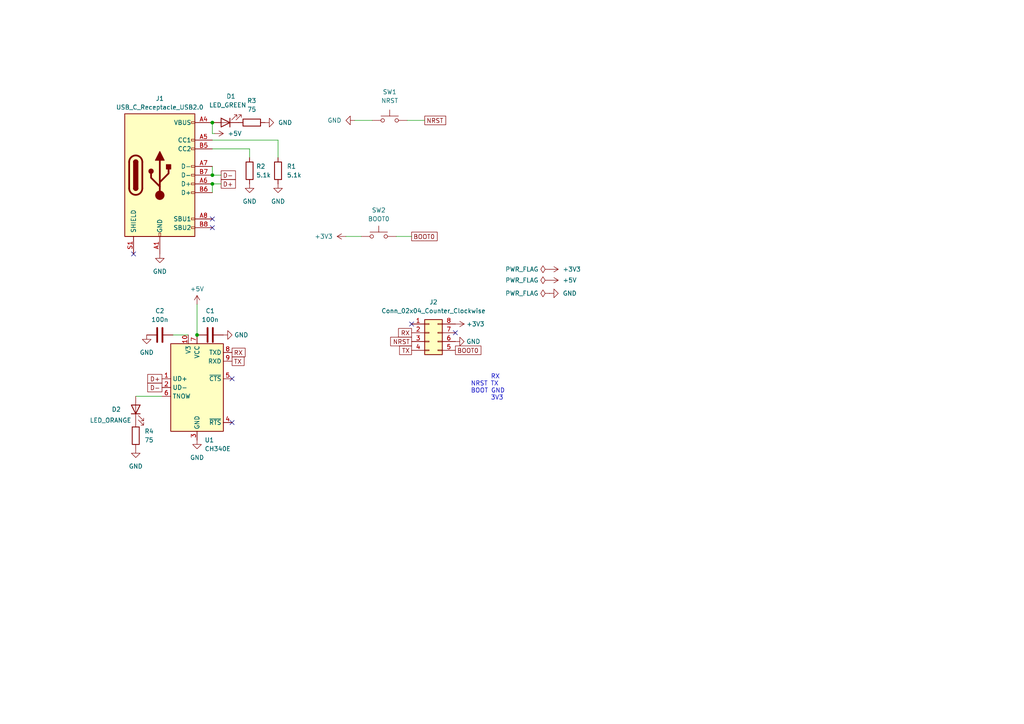
<source format=kicad_sch>
(kicad_sch (version 20230121) (generator eeschema)

  (uuid 816205b3-19fd-426f-b76d-aedd327993fe)

  (paper "A4")

  (lib_symbols
    (symbol "Connector:USB_C_Receptacle_USB2.0" (pin_names (offset 1.016)) (in_bom yes) (on_board yes)
      (property "Reference" "J" (at -10.16 19.05 0)
        (effects (font (size 1.27 1.27)) (justify left))
      )
      (property "Value" "USB_C_Receptacle_USB2.0" (at 19.05 19.05 0)
        (effects (font (size 1.27 1.27)) (justify right))
      )
      (property "Footprint" "" (at 3.81 0 0)
        (effects (font (size 1.27 1.27)) hide)
      )
      (property "Datasheet" "https://www.usb.org/sites/default/files/documents/usb_type-c.zip" (at 3.81 0 0)
        (effects (font (size 1.27 1.27)) hide)
      )
      (property "ki_keywords" "usb universal serial bus type-C USB2.0" (at 0 0 0)
        (effects (font (size 1.27 1.27)) hide)
      )
      (property "ki_description" "USB 2.0-only Type-C Receptacle connector" (at 0 0 0)
        (effects (font (size 1.27 1.27)) hide)
      )
      (property "ki_fp_filters" "USB*C*Receptacle*" (at 0 0 0)
        (effects (font (size 1.27 1.27)) hide)
      )
      (symbol "USB_C_Receptacle_USB2.0_0_0"
        (rectangle (start -0.254 -17.78) (end 0.254 -16.764)
          (stroke (width 0) (type default))
          (fill (type none))
        )
        (rectangle (start 10.16 -14.986) (end 9.144 -15.494)
          (stroke (width 0) (type default))
          (fill (type none))
        )
        (rectangle (start 10.16 -12.446) (end 9.144 -12.954)
          (stroke (width 0) (type default))
          (fill (type none))
        )
        (rectangle (start 10.16 -4.826) (end 9.144 -5.334)
          (stroke (width 0) (type default))
          (fill (type none))
        )
        (rectangle (start 10.16 -2.286) (end 9.144 -2.794)
          (stroke (width 0) (type default))
          (fill (type none))
        )
        (rectangle (start 10.16 0.254) (end 9.144 -0.254)
          (stroke (width 0) (type default))
          (fill (type none))
        )
        (rectangle (start 10.16 2.794) (end 9.144 2.286)
          (stroke (width 0) (type default))
          (fill (type none))
        )
        (rectangle (start 10.16 7.874) (end 9.144 7.366)
          (stroke (width 0) (type default))
          (fill (type none))
        )
        (rectangle (start 10.16 10.414) (end 9.144 9.906)
          (stroke (width 0) (type default))
          (fill (type none))
        )
        (rectangle (start 10.16 15.494) (end 9.144 14.986)
          (stroke (width 0) (type default))
          (fill (type none))
        )
      )
      (symbol "USB_C_Receptacle_USB2.0_0_1"
        (rectangle (start -10.16 17.78) (end 10.16 -17.78)
          (stroke (width 0.254) (type default))
          (fill (type background))
        )
        (arc (start -8.89 -3.81) (mid -6.985 -5.7067) (end -5.08 -3.81)
          (stroke (width 0.508) (type default))
          (fill (type none))
        )
        (arc (start -7.62 -3.81) (mid -6.985 -4.4423) (end -6.35 -3.81)
          (stroke (width 0.254) (type default))
          (fill (type none))
        )
        (arc (start -7.62 -3.81) (mid -6.985 -4.4423) (end -6.35 -3.81)
          (stroke (width 0.254) (type default))
          (fill (type outline))
        )
        (rectangle (start -7.62 -3.81) (end -6.35 3.81)
          (stroke (width 0.254) (type default))
          (fill (type outline))
        )
        (arc (start -6.35 3.81) (mid -6.985 4.4423) (end -7.62 3.81)
          (stroke (width 0.254) (type default))
          (fill (type none))
        )
        (arc (start -6.35 3.81) (mid -6.985 4.4423) (end -7.62 3.81)
          (stroke (width 0.254) (type default))
          (fill (type outline))
        )
        (arc (start -5.08 3.81) (mid -6.985 5.7067) (end -8.89 3.81)
          (stroke (width 0.508) (type default))
          (fill (type none))
        )
        (circle (center -2.54 1.143) (radius 0.635)
          (stroke (width 0.254) (type default))
          (fill (type outline))
        )
        (circle (center 0 -5.842) (radius 1.27)
          (stroke (width 0) (type default))
          (fill (type outline))
        )
        (polyline
          (pts
            (xy -8.89 -3.81)
            (xy -8.89 3.81)
          )
          (stroke (width 0.508) (type default))
          (fill (type none))
        )
        (polyline
          (pts
            (xy -5.08 3.81)
            (xy -5.08 -3.81)
          )
          (stroke (width 0.508) (type default))
          (fill (type none))
        )
        (polyline
          (pts
            (xy 0 -5.842)
            (xy 0 4.318)
          )
          (stroke (width 0.508) (type default))
          (fill (type none))
        )
        (polyline
          (pts
            (xy 0 -3.302)
            (xy -2.54 -0.762)
            (xy -2.54 0.508)
          )
          (stroke (width 0.508) (type default))
          (fill (type none))
        )
        (polyline
          (pts
            (xy 0 -2.032)
            (xy 2.54 0.508)
            (xy 2.54 1.778)
          )
          (stroke (width 0.508) (type default))
          (fill (type none))
        )
        (polyline
          (pts
            (xy -1.27 4.318)
            (xy 0 6.858)
            (xy 1.27 4.318)
            (xy -1.27 4.318)
          )
          (stroke (width 0.254) (type default))
          (fill (type outline))
        )
        (rectangle (start 1.905 1.778) (end 3.175 3.048)
          (stroke (width 0.254) (type default))
          (fill (type outline))
        )
      )
      (symbol "USB_C_Receptacle_USB2.0_1_1"
        (pin passive line (at 0 -22.86 90) (length 5.08)
          (name "GND" (effects (font (size 1.27 1.27))))
          (number "A1" (effects (font (size 1.27 1.27))))
        )
        (pin passive line (at 0 -22.86 90) (length 5.08) hide
          (name "GND" (effects (font (size 1.27 1.27))))
          (number "A12" (effects (font (size 1.27 1.27))))
        )
        (pin passive line (at 15.24 15.24 180) (length 5.08)
          (name "VBUS" (effects (font (size 1.27 1.27))))
          (number "A4" (effects (font (size 1.27 1.27))))
        )
        (pin bidirectional line (at 15.24 10.16 180) (length 5.08)
          (name "CC1" (effects (font (size 1.27 1.27))))
          (number "A5" (effects (font (size 1.27 1.27))))
        )
        (pin bidirectional line (at 15.24 -2.54 180) (length 5.08)
          (name "D+" (effects (font (size 1.27 1.27))))
          (number "A6" (effects (font (size 1.27 1.27))))
        )
        (pin bidirectional line (at 15.24 2.54 180) (length 5.08)
          (name "D-" (effects (font (size 1.27 1.27))))
          (number "A7" (effects (font (size 1.27 1.27))))
        )
        (pin bidirectional line (at 15.24 -12.7 180) (length 5.08)
          (name "SBU1" (effects (font (size 1.27 1.27))))
          (number "A8" (effects (font (size 1.27 1.27))))
        )
        (pin passive line (at 15.24 15.24 180) (length 5.08) hide
          (name "VBUS" (effects (font (size 1.27 1.27))))
          (number "A9" (effects (font (size 1.27 1.27))))
        )
        (pin passive line (at 0 -22.86 90) (length 5.08) hide
          (name "GND" (effects (font (size 1.27 1.27))))
          (number "B1" (effects (font (size 1.27 1.27))))
        )
        (pin passive line (at 0 -22.86 90) (length 5.08) hide
          (name "GND" (effects (font (size 1.27 1.27))))
          (number "B12" (effects (font (size 1.27 1.27))))
        )
        (pin passive line (at 15.24 15.24 180) (length 5.08) hide
          (name "VBUS" (effects (font (size 1.27 1.27))))
          (number "B4" (effects (font (size 1.27 1.27))))
        )
        (pin bidirectional line (at 15.24 7.62 180) (length 5.08)
          (name "CC2" (effects (font (size 1.27 1.27))))
          (number "B5" (effects (font (size 1.27 1.27))))
        )
        (pin bidirectional line (at 15.24 -5.08 180) (length 5.08)
          (name "D+" (effects (font (size 1.27 1.27))))
          (number "B6" (effects (font (size 1.27 1.27))))
        )
        (pin bidirectional line (at 15.24 0 180) (length 5.08)
          (name "D-" (effects (font (size 1.27 1.27))))
          (number "B7" (effects (font (size 1.27 1.27))))
        )
        (pin bidirectional line (at 15.24 -15.24 180) (length 5.08)
          (name "SBU2" (effects (font (size 1.27 1.27))))
          (number "B8" (effects (font (size 1.27 1.27))))
        )
        (pin passive line (at 15.24 15.24 180) (length 5.08) hide
          (name "VBUS" (effects (font (size 1.27 1.27))))
          (number "B9" (effects (font (size 1.27 1.27))))
        )
        (pin passive line (at -7.62 -22.86 90) (length 5.08)
          (name "SHIELD" (effects (font (size 1.27 1.27))))
          (number "S1" (effects (font (size 1.27 1.27))))
        )
      )
    )
    (symbol "Connector_Generic:Conn_02x04_Counter_Clockwise" (pin_names (offset 1.016) hide) (in_bom yes) (on_board yes)
      (property "Reference" "J" (at 1.27 5.08 0)
        (effects (font (size 1.27 1.27)))
      )
      (property "Value" "Conn_02x04_Counter_Clockwise" (at 1.27 -7.62 0)
        (effects (font (size 1.27 1.27)))
      )
      (property "Footprint" "" (at 0 0 0)
        (effects (font (size 1.27 1.27)) hide)
      )
      (property "Datasheet" "~" (at 0 0 0)
        (effects (font (size 1.27 1.27)) hide)
      )
      (property "ki_keywords" "connector" (at 0 0 0)
        (effects (font (size 1.27 1.27)) hide)
      )
      (property "ki_description" "Generic connector, double row, 02x04, counter clockwise pin numbering scheme (similar to DIP package numbering), script generated (kicad-library-utils/schlib/autogen/connector/)" (at 0 0 0)
        (effects (font (size 1.27 1.27)) hide)
      )
      (property "ki_fp_filters" "Connector*:*_2x??_*" (at 0 0 0)
        (effects (font (size 1.27 1.27)) hide)
      )
      (symbol "Conn_02x04_Counter_Clockwise_1_1"
        (rectangle (start -1.27 -4.953) (end 0 -5.207)
          (stroke (width 0.1524) (type default))
          (fill (type none))
        )
        (rectangle (start -1.27 -2.413) (end 0 -2.667)
          (stroke (width 0.1524) (type default))
          (fill (type none))
        )
        (rectangle (start -1.27 0.127) (end 0 -0.127)
          (stroke (width 0.1524) (type default))
          (fill (type none))
        )
        (rectangle (start -1.27 2.667) (end 0 2.413)
          (stroke (width 0.1524) (type default))
          (fill (type none))
        )
        (rectangle (start -1.27 3.81) (end 3.81 -6.35)
          (stroke (width 0.254) (type default))
          (fill (type background))
        )
        (rectangle (start 3.81 -4.953) (end 2.54 -5.207)
          (stroke (width 0.1524) (type default))
          (fill (type none))
        )
        (rectangle (start 3.81 -2.413) (end 2.54 -2.667)
          (stroke (width 0.1524) (type default))
          (fill (type none))
        )
        (rectangle (start 3.81 0.127) (end 2.54 -0.127)
          (stroke (width 0.1524) (type default))
          (fill (type none))
        )
        (rectangle (start 3.81 2.667) (end 2.54 2.413)
          (stroke (width 0.1524) (type default))
          (fill (type none))
        )
        (pin passive line (at -5.08 2.54 0) (length 3.81)
          (name "Pin_1" (effects (font (size 1.27 1.27))))
          (number "1" (effects (font (size 1.27 1.27))))
        )
        (pin passive line (at -5.08 0 0) (length 3.81)
          (name "Pin_2" (effects (font (size 1.27 1.27))))
          (number "2" (effects (font (size 1.27 1.27))))
        )
        (pin passive line (at -5.08 -2.54 0) (length 3.81)
          (name "Pin_3" (effects (font (size 1.27 1.27))))
          (number "3" (effects (font (size 1.27 1.27))))
        )
        (pin passive line (at -5.08 -5.08 0) (length 3.81)
          (name "Pin_4" (effects (font (size 1.27 1.27))))
          (number "4" (effects (font (size 1.27 1.27))))
        )
        (pin passive line (at 7.62 -5.08 180) (length 3.81)
          (name "Pin_5" (effects (font (size 1.27 1.27))))
          (number "5" (effects (font (size 1.27 1.27))))
        )
        (pin passive line (at 7.62 -2.54 180) (length 3.81)
          (name "Pin_6" (effects (font (size 1.27 1.27))))
          (number "6" (effects (font (size 1.27 1.27))))
        )
        (pin passive line (at 7.62 0 180) (length 3.81)
          (name "Pin_7" (effects (font (size 1.27 1.27))))
          (number "7" (effects (font (size 1.27 1.27))))
        )
        (pin passive line (at 7.62 2.54 180) (length 3.81)
          (name "Pin_8" (effects (font (size 1.27 1.27))))
          (number "8" (effects (font (size 1.27 1.27))))
        )
      )
    )
    (symbol "Device:C" (pin_numbers hide) (pin_names (offset 0.254)) (in_bom yes) (on_board yes)
      (property "Reference" "C" (at 0.635 2.54 0)
        (effects (font (size 1.27 1.27)) (justify left))
      )
      (property "Value" "C" (at 0.635 -2.54 0)
        (effects (font (size 1.27 1.27)) (justify left))
      )
      (property "Footprint" "" (at 0.9652 -3.81 0)
        (effects (font (size 1.27 1.27)) hide)
      )
      (property "Datasheet" "~" (at 0 0 0)
        (effects (font (size 1.27 1.27)) hide)
      )
      (property "ki_keywords" "cap capacitor" (at 0 0 0)
        (effects (font (size 1.27 1.27)) hide)
      )
      (property "ki_description" "Unpolarized capacitor" (at 0 0 0)
        (effects (font (size 1.27 1.27)) hide)
      )
      (property "ki_fp_filters" "C_*" (at 0 0 0)
        (effects (font (size 1.27 1.27)) hide)
      )
      (symbol "C_0_1"
        (polyline
          (pts
            (xy -2.032 -0.762)
            (xy 2.032 -0.762)
          )
          (stroke (width 0.508) (type default))
          (fill (type none))
        )
        (polyline
          (pts
            (xy -2.032 0.762)
            (xy 2.032 0.762)
          )
          (stroke (width 0.508) (type default))
          (fill (type none))
        )
      )
      (symbol "C_1_1"
        (pin passive line (at 0 3.81 270) (length 2.794)
          (name "~" (effects (font (size 1.27 1.27))))
          (number "1" (effects (font (size 1.27 1.27))))
        )
        (pin passive line (at 0 -3.81 90) (length 2.794)
          (name "~" (effects (font (size 1.27 1.27))))
          (number "2" (effects (font (size 1.27 1.27))))
        )
      )
    )
    (symbol "Device:LED" (pin_numbers hide) (pin_names (offset 1.016) hide) (in_bom yes) (on_board yes)
      (property "Reference" "D" (at 0 2.54 0)
        (effects (font (size 1.27 1.27)))
      )
      (property "Value" "LED" (at 0 -2.54 0)
        (effects (font (size 1.27 1.27)))
      )
      (property "Footprint" "" (at 0 0 0)
        (effects (font (size 1.27 1.27)) hide)
      )
      (property "Datasheet" "~" (at 0 0 0)
        (effects (font (size 1.27 1.27)) hide)
      )
      (property "ki_keywords" "LED diode" (at 0 0 0)
        (effects (font (size 1.27 1.27)) hide)
      )
      (property "ki_description" "Light emitting diode" (at 0 0 0)
        (effects (font (size 1.27 1.27)) hide)
      )
      (property "ki_fp_filters" "LED* LED_SMD:* LED_THT:*" (at 0 0 0)
        (effects (font (size 1.27 1.27)) hide)
      )
      (symbol "LED_0_1"
        (polyline
          (pts
            (xy -1.27 -1.27)
            (xy -1.27 1.27)
          )
          (stroke (width 0.254) (type default))
          (fill (type none))
        )
        (polyline
          (pts
            (xy -1.27 0)
            (xy 1.27 0)
          )
          (stroke (width 0) (type default))
          (fill (type none))
        )
        (polyline
          (pts
            (xy 1.27 -1.27)
            (xy 1.27 1.27)
            (xy -1.27 0)
            (xy 1.27 -1.27)
          )
          (stroke (width 0.254) (type default))
          (fill (type none))
        )
        (polyline
          (pts
            (xy -3.048 -0.762)
            (xy -4.572 -2.286)
            (xy -3.81 -2.286)
            (xy -4.572 -2.286)
            (xy -4.572 -1.524)
          )
          (stroke (width 0) (type default))
          (fill (type none))
        )
        (polyline
          (pts
            (xy -1.778 -0.762)
            (xy -3.302 -2.286)
            (xy -2.54 -2.286)
            (xy -3.302 -2.286)
            (xy -3.302 -1.524)
          )
          (stroke (width 0) (type default))
          (fill (type none))
        )
      )
      (symbol "LED_1_1"
        (pin passive line (at -3.81 0 0) (length 2.54)
          (name "K" (effects (font (size 1.27 1.27))))
          (number "1" (effects (font (size 1.27 1.27))))
        )
        (pin passive line (at 3.81 0 180) (length 2.54)
          (name "A" (effects (font (size 1.27 1.27))))
          (number "2" (effects (font (size 1.27 1.27))))
        )
      )
    )
    (symbol "Device:R" (pin_numbers hide) (pin_names (offset 0)) (in_bom yes) (on_board yes)
      (property "Reference" "R" (at 2.032 0 90)
        (effects (font (size 1.27 1.27)))
      )
      (property "Value" "R" (at 0 0 90)
        (effects (font (size 1.27 1.27)))
      )
      (property "Footprint" "" (at -1.778 0 90)
        (effects (font (size 1.27 1.27)) hide)
      )
      (property "Datasheet" "~" (at 0 0 0)
        (effects (font (size 1.27 1.27)) hide)
      )
      (property "ki_keywords" "R res resistor" (at 0 0 0)
        (effects (font (size 1.27 1.27)) hide)
      )
      (property "ki_description" "Resistor" (at 0 0 0)
        (effects (font (size 1.27 1.27)) hide)
      )
      (property "ki_fp_filters" "R_*" (at 0 0 0)
        (effects (font (size 1.27 1.27)) hide)
      )
      (symbol "R_0_1"
        (rectangle (start -1.016 -2.54) (end 1.016 2.54)
          (stroke (width 0.254) (type default))
          (fill (type none))
        )
      )
      (symbol "R_1_1"
        (pin passive line (at 0 3.81 270) (length 1.27)
          (name "~" (effects (font (size 1.27 1.27))))
          (number "1" (effects (font (size 1.27 1.27))))
        )
        (pin passive line (at 0 -3.81 90) (length 1.27)
          (name "~" (effects (font (size 1.27 1.27))))
          (number "2" (effects (font (size 1.27 1.27))))
        )
      )
    )
    (symbol "Interface_USB:CH340E" (in_bom yes) (on_board yes)
      (property "Reference" "U" (at -5.08 13.97 0)
        (effects (font (size 1.27 1.27)) (justify right))
      )
      (property "Value" "CH340E" (at 1.27 13.97 0)
        (effects (font (size 1.27 1.27)) (justify left))
      )
      (property "Footprint" "Package_SO:MSOP-10_3x3mm_P0.5mm" (at 1.27 -13.97 0)
        (effects (font (size 1.27 1.27)) (justify left) hide)
      )
      (property "Datasheet" "https://www.mpja.com/download/35227cpdata.pdf" (at -8.89 20.32 0)
        (effects (font (size 1.27 1.27)) hide)
      )
      (property "ki_keywords" "USB UART Serial Converter Interface" (at 0 0 0)
        (effects (font (size 1.27 1.27)) hide)
      )
      (property "ki_description" "USB serial converter, UART, MSOP-10" (at 0 0 0)
        (effects (font (size 1.27 1.27)) hide)
      )
      (property "ki_fp_filters" "MSOP*3x3mm*P0.5mm*" (at 0 0 0)
        (effects (font (size 1.27 1.27)) hide)
      )
      (symbol "CH340E_0_1"
        (rectangle (start -7.62 12.7) (end 7.62 -12.7)
          (stroke (width 0.254) (type default))
          (fill (type background))
        )
      )
      (symbol "CH340E_1_1"
        (pin bidirectional line (at -10.16 2.54 0) (length 2.54)
          (name "UD+" (effects (font (size 1.27 1.27))))
          (number "1" (effects (font (size 1.27 1.27))))
        )
        (pin passive line (at -2.54 15.24 270) (length 2.54)
          (name "V3" (effects (font (size 1.27 1.27))))
          (number "10" (effects (font (size 1.27 1.27))))
        )
        (pin bidirectional line (at -10.16 0 0) (length 2.54)
          (name "UD-" (effects (font (size 1.27 1.27))))
          (number "2" (effects (font (size 1.27 1.27))))
        )
        (pin power_in line (at 0 -15.24 90) (length 2.54)
          (name "GND" (effects (font (size 1.27 1.27))))
          (number "3" (effects (font (size 1.27 1.27))))
        )
        (pin output line (at 10.16 -10.16 180) (length 2.54)
          (name "~{RTS}" (effects (font (size 1.27 1.27))))
          (number "4" (effects (font (size 1.27 1.27))))
        )
        (pin input line (at 10.16 2.54 180) (length 2.54)
          (name "~{CTS}" (effects (font (size 1.27 1.27))))
          (number "5" (effects (font (size 1.27 1.27))))
        )
        (pin output line (at -10.16 -2.54 0) (length 2.54)
          (name "TNOW" (effects (font (size 1.27 1.27))))
          (number "6" (effects (font (size 1.27 1.27))))
        )
        (pin power_in line (at 0 15.24 270) (length 2.54)
          (name "VCC" (effects (font (size 1.27 1.27))))
          (number "7" (effects (font (size 1.27 1.27))))
        )
        (pin output line (at 10.16 10.16 180) (length 2.54)
          (name "TXD" (effects (font (size 1.27 1.27))))
          (number "8" (effects (font (size 1.27 1.27))))
        )
        (pin input line (at 10.16 7.62 180) (length 2.54)
          (name "RXD" (effects (font (size 1.27 1.27))))
          (number "9" (effects (font (size 1.27 1.27))))
        )
      )
    )
    (symbol "Switch:SW_Push" (pin_numbers hide) (pin_names (offset 1.016) hide) (in_bom yes) (on_board yes)
      (property "Reference" "SW" (at 1.27 2.54 0)
        (effects (font (size 1.27 1.27)) (justify left))
      )
      (property "Value" "SW_Push" (at 0 -1.524 0)
        (effects (font (size 1.27 1.27)))
      )
      (property "Footprint" "" (at 0 5.08 0)
        (effects (font (size 1.27 1.27)) hide)
      )
      (property "Datasheet" "~" (at 0 5.08 0)
        (effects (font (size 1.27 1.27)) hide)
      )
      (property "ki_keywords" "switch normally-open pushbutton push-button" (at 0 0 0)
        (effects (font (size 1.27 1.27)) hide)
      )
      (property "ki_description" "Push button switch, generic, two pins" (at 0 0 0)
        (effects (font (size 1.27 1.27)) hide)
      )
      (symbol "SW_Push_0_1"
        (circle (center -2.032 0) (radius 0.508)
          (stroke (width 0) (type default))
          (fill (type none))
        )
        (polyline
          (pts
            (xy 0 1.27)
            (xy 0 3.048)
          )
          (stroke (width 0) (type default))
          (fill (type none))
        )
        (polyline
          (pts
            (xy 2.54 1.27)
            (xy -2.54 1.27)
          )
          (stroke (width 0) (type default))
          (fill (type none))
        )
        (circle (center 2.032 0) (radius 0.508)
          (stroke (width 0) (type default))
          (fill (type none))
        )
        (pin passive line (at -5.08 0 0) (length 2.54)
          (name "1" (effects (font (size 1.27 1.27))))
          (number "1" (effects (font (size 1.27 1.27))))
        )
        (pin passive line (at 5.08 0 180) (length 2.54)
          (name "2" (effects (font (size 1.27 1.27))))
          (number "2" (effects (font (size 1.27 1.27))))
        )
      )
    )
    (symbol "power:+3V3" (power) (pin_names (offset 0)) (in_bom yes) (on_board yes)
      (property "Reference" "#PWR" (at 0 -3.81 0)
        (effects (font (size 1.27 1.27)) hide)
      )
      (property "Value" "+3V3" (at 0 3.556 0)
        (effects (font (size 1.27 1.27)))
      )
      (property "Footprint" "" (at 0 0 0)
        (effects (font (size 1.27 1.27)) hide)
      )
      (property "Datasheet" "" (at 0 0 0)
        (effects (font (size 1.27 1.27)) hide)
      )
      (property "ki_keywords" "global power" (at 0 0 0)
        (effects (font (size 1.27 1.27)) hide)
      )
      (property "ki_description" "Power symbol creates a global label with name \"+3V3\"" (at 0 0 0)
        (effects (font (size 1.27 1.27)) hide)
      )
      (symbol "+3V3_0_1"
        (polyline
          (pts
            (xy -0.762 1.27)
            (xy 0 2.54)
          )
          (stroke (width 0) (type default))
          (fill (type none))
        )
        (polyline
          (pts
            (xy 0 0)
            (xy 0 2.54)
          )
          (stroke (width 0) (type default))
          (fill (type none))
        )
        (polyline
          (pts
            (xy 0 2.54)
            (xy 0.762 1.27)
          )
          (stroke (width 0) (type default))
          (fill (type none))
        )
      )
      (symbol "+3V3_1_1"
        (pin power_in line (at 0 0 90) (length 0) hide
          (name "+3V3" (effects (font (size 1.27 1.27))))
          (number "1" (effects (font (size 1.27 1.27))))
        )
      )
    )
    (symbol "power:+5V" (power) (pin_names (offset 0)) (in_bom yes) (on_board yes)
      (property "Reference" "#PWR" (at 0 -3.81 0)
        (effects (font (size 1.27 1.27)) hide)
      )
      (property "Value" "+5V" (at 0 3.556 0)
        (effects (font (size 1.27 1.27)))
      )
      (property "Footprint" "" (at 0 0 0)
        (effects (font (size 1.27 1.27)) hide)
      )
      (property "Datasheet" "" (at 0 0 0)
        (effects (font (size 1.27 1.27)) hide)
      )
      (property "ki_keywords" "global power" (at 0 0 0)
        (effects (font (size 1.27 1.27)) hide)
      )
      (property "ki_description" "Power symbol creates a global label with name \"+5V\"" (at 0 0 0)
        (effects (font (size 1.27 1.27)) hide)
      )
      (symbol "+5V_0_1"
        (polyline
          (pts
            (xy -0.762 1.27)
            (xy 0 2.54)
          )
          (stroke (width 0) (type default))
          (fill (type none))
        )
        (polyline
          (pts
            (xy 0 0)
            (xy 0 2.54)
          )
          (stroke (width 0) (type default))
          (fill (type none))
        )
        (polyline
          (pts
            (xy 0 2.54)
            (xy 0.762 1.27)
          )
          (stroke (width 0) (type default))
          (fill (type none))
        )
      )
      (symbol "+5V_1_1"
        (pin power_in line (at 0 0 90) (length 0) hide
          (name "+5V" (effects (font (size 1.27 1.27))))
          (number "1" (effects (font (size 1.27 1.27))))
        )
      )
    )
    (symbol "power:GND" (power) (pin_names (offset 0)) (in_bom yes) (on_board yes)
      (property "Reference" "#PWR" (at 0 -6.35 0)
        (effects (font (size 1.27 1.27)) hide)
      )
      (property "Value" "GND" (at 0 -3.81 0)
        (effects (font (size 1.27 1.27)))
      )
      (property "Footprint" "" (at 0 0 0)
        (effects (font (size 1.27 1.27)) hide)
      )
      (property "Datasheet" "" (at 0 0 0)
        (effects (font (size 1.27 1.27)) hide)
      )
      (property "ki_keywords" "global power" (at 0 0 0)
        (effects (font (size 1.27 1.27)) hide)
      )
      (property "ki_description" "Power symbol creates a global label with name \"GND\" , ground" (at 0 0 0)
        (effects (font (size 1.27 1.27)) hide)
      )
      (symbol "GND_0_1"
        (polyline
          (pts
            (xy 0 0)
            (xy 0 -1.27)
            (xy 1.27 -1.27)
            (xy 0 -2.54)
            (xy -1.27 -1.27)
            (xy 0 -1.27)
          )
          (stroke (width 0) (type default))
          (fill (type none))
        )
      )
      (symbol "GND_1_1"
        (pin power_in line (at 0 0 270) (length 0) hide
          (name "GND" (effects (font (size 1.27 1.27))))
          (number "1" (effects (font (size 1.27 1.27))))
        )
      )
    )
    (symbol "power:PWR_FLAG" (power) (pin_numbers hide) (pin_names (offset 0) hide) (in_bom yes) (on_board yes)
      (property "Reference" "#FLG" (at 0 1.905 0)
        (effects (font (size 1.27 1.27)) hide)
      )
      (property "Value" "PWR_FLAG" (at 0 3.81 0)
        (effects (font (size 1.27 1.27)))
      )
      (property "Footprint" "" (at 0 0 0)
        (effects (font (size 1.27 1.27)) hide)
      )
      (property "Datasheet" "~" (at 0 0 0)
        (effects (font (size 1.27 1.27)) hide)
      )
      (property "ki_keywords" "flag power" (at 0 0 0)
        (effects (font (size 1.27 1.27)) hide)
      )
      (property "ki_description" "Special symbol for telling ERC where power comes from" (at 0 0 0)
        (effects (font (size 1.27 1.27)) hide)
      )
      (symbol "PWR_FLAG_0_0"
        (pin power_out line (at 0 0 90) (length 0)
          (name "pwr" (effects (font (size 1.27 1.27))))
          (number "1" (effects (font (size 1.27 1.27))))
        )
      )
      (symbol "PWR_FLAG_0_1"
        (polyline
          (pts
            (xy 0 0)
            (xy 0 1.27)
            (xy -1.016 1.905)
            (xy 0 2.54)
            (xy 1.016 1.905)
            (xy 0 1.27)
          )
          (stroke (width 0) (type default))
          (fill (type none))
        )
      )
    )
  )

  (junction (at 61.595 50.8) (diameter 0) (color 0 0 0 0)
    (uuid 23cd5276-4884-4241-9749-f8e3d95b3925)
  )
  (junction (at 61.595 35.56) (diameter 0) (color 0 0 0 0)
    (uuid ae46fd80-7bec-4bfb-8e6d-2a02370cb9a0)
  )
  (junction (at 61.595 53.34) (diameter 0) (color 0 0 0 0)
    (uuid c0c8b6d6-26fa-442c-a6b7-92ca7bae3414)
  )
  (junction (at 57.15 97.155) (diameter 0) (color 0 0 0 0)
    (uuid c245a307-b750-4141-8561-6e98e410bef3)
  )

  (no_connect (at 61.595 66.04) (uuid 0509948e-932f-4362-9fb3-72a2f1beb86a))
  (no_connect (at 119.38 93.98) (uuid 27f96817-ffff-4a89-a7ff-c95421f2aab2))
  (no_connect (at 132.08 96.52) (uuid 6c0029a7-feae-42d3-87a4-9349e816cfe1))
  (no_connect (at 67.31 109.855) (uuid 7cdf30d5-cf5e-44b7-b301-8e4a5286fd2f))
  (no_connect (at 67.31 122.555) (uuid 9e0ee0b7-8276-426a-9940-f06fecfc366c))
  (no_connect (at 38.735 73.66) (uuid a4a1d75d-61f3-4e69-8eb4-21bce3d7814b))
  (no_connect (at 61.595 63.5) (uuid c7c9bf78-0ad8-4294-bd25-920ad3f68b61))

  (wire (pts (xy 61.595 43.18) (xy 72.39 43.18))
    (stroke (width 0) (type default))
    (uuid 074d5886-0665-45aa-a0f6-3f2bb432aa9e)
  )
  (wire (pts (xy 61.595 50.8) (xy 64.135 50.8))
    (stroke (width 0) (type default))
    (uuid 0e542934-6ade-48ae-a94a-421f6e13b933)
  )
  (wire (pts (xy 100.33 68.58) (xy 104.775 68.58))
    (stroke (width 0) (type default))
    (uuid 1954184c-411f-4ee4-a92f-da94d6a76f0b)
  )
  (wire (pts (xy 62.23 38.735) (xy 61.595 38.735))
    (stroke (width 0) (type default))
    (uuid 1a0a4be4-f6e7-496d-bbe6-cd43eeec87b1)
  )
  (wire (pts (xy 61.595 38.735) (xy 61.595 35.56))
    (stroke (width 0) (type default))
    (uuid 228ebc22-c533-4522-bcb3-800324aeaa15)
  )
  (wire (pts (xy 39.37 114.935) (xy 46.99 114.935))
    (stroke (width 0) (type default))
    (uuid 241a8a6a-6363-4ad0-a910-0dd0324abf2b)
  )
  (wire (pts (xy 102.87 34.925) (xy 107.95 34.925))
    (stroke (width 0) (type default))
    (uuid 4a67c73a-3ea0-46dd-91d2-71d49913b070)
  )
  (wire (pts (xy 61.595 53.34) (xy 61.595 55.88))
    (stroke (width 0) (type default))
    (uuid 5038052d-e68d-4b21-a1ca-0bcb7e9d114d)
  )
  (wire (pts (xy 57.15 88.265) (xy 57.15 97.155))
    (stroke (width 0) (type default))
    (uuid 54a7daf1-6ab2-456d-80ce-0481f629cece)
  )
  (wire (pts (xy 61.595 48.26) (xy 61.595 50.8))
    (stroke (width 0) (type default))
    (uuid 5ca83db9-0ac9-4e92-a441-2711d1ba7b8b)
  )
  (wire (pts (xy 118.11 34.925) (xy 123.19 34.925))
    (stroke (width 0) (type default))
    (uuid 649ee11c-20d1-4e81-a82d-4557002fa5f4)
  )
  (wire (pts (xy 80.645 40.64) (xy 61.595 40.64))
    (stroke (width 0) (type default))
    (uuid 6b159901-f5f2-4fea-b1ad-e3b0634d3b3a)
  )
  (wire (pts (xy 80.645 45.72) (xy 80.645 40.64))
    (stroke (width 0) (type default))
    (uuid 8d8798f6-47b3-4059-9d96-26fc3a6f5ee6)
  )
  (wire (pts (xy 114.935 68.58) (xy 119.38 68.58))
    (stroke (width 0) (type default))
    (uuid 9b067a88-0e98-4f96-a78d-de131f0011c4)
  )
  (wire (pts (xy 72.39 43.18) (xy 72.39 45.72))
    (stroke (width 0) (type default))
    (uuid a5624fdb-841e-4d1e-9e1c-170a297631d4)
  )
  (wire (pts (xy 50.165 97.155) (xy 54.61 97.155))
    (stroke (width 0) (type default))
    (uuid b428d2d4-18dc-4c28-85e5-b559e6bb7dd2)
  )
  (wire (pts (xy 61.595 53.34) (xy 64.135 53.34))
    (stroke (width 0) (type default))
    (uuid c37d29bc-75b9-490b-a048-49266cab05fa)
  )

  (text "      RX\nNRST TX\nBOOT GND\n      3V3" (at 136.525 116.205 0)
    (effects (font (size 1.27 1.27)) (justify left bottom))
    (uuid d493ec6c-4f18-488f-a3fa-afa98c2c1128)
  )

  (global_label "NRST" (shape passive) (at 119.38 99.06 180) (fields_autoplaced)
    (effects (font (size 1.27 1.27)) (justify right))
    (uuid 0436a877-8acf-4ebf-9afe-855083f2a616)
    (property "Intersheetrefs" "${INTERSHEET_REFS}" (at 112.7285 99.06 0)
      (effects (font (size 1.27 1.27)) (justify right) hide)
    )
  )
  (global_label "RX" (shape passive) (at 67.31 102.235 0) (fields_autoplaced)
    (effects (font (size 1.27 1.27)) (justify left))
    (uuid 2262bb95-1ec7-4abe-b94c-436944691dc3)
    (property "Intersheetrefs" "${INTERSHEET_REFS}" (at 71.6634 102.235 0)
      (effects (font (size 1.27 1.27)) (justify left) hide)
    )
  )
  (global_label "BOOT0" (shape passive) (at 132.08 101.6 0) (fields_autoplaced)
    (effects (font (size 1.27 1.27)) (justify left))
    (uuid 274d9be6-59bf-4c0d-be68-c5a5f3676732)
    (property "Intersheetrefs" "${INTERSHEET_REFS}" (at 140.062 101.6 0)
      (effects (font (size 1.27 1.27)) (justify left) hide)
    )
  )
  (global_label "TX" (shape passive) (at 119.38 101.6 180) (fields_autoplaced)
    (effects (font (size 1.27 1.27)) (justify right))
    (uuid 2f942026-e5f6-4074-8de0-26d202eb48d3)
    (property "Intersheetrefs" "${INTERSHEET_REFS}" (at 115.329 101.6 0)
      (effects (font (size 1.27 1.27)) (justify right) hide)
    )
  )
  (global_label "D+" (shape passive) (at 64.135 53.34 0) (fields_autoplaced)
    (effects (font (size 1.27 1.27)) (justify left))
    (uuid 625326f8-e408-4bb6-9734-a4c858161d83)
    (property "Intersheetrefs" "${INTERSHEET_REFS}" (at 68.8513 53.34 0)
      (effects (font (size 1.27 1.27)) (justify left) hide)
    )
  )
  (global_label "D-" (shape passive) (at 46.99 112.395 180) (fields_autoplaced)
    (effects (font (size 1.27 1.27)) (justify right))
    (uuid 67b6a9af-811e-43d3-a57e-6969c1ac013d)
    (property "Intersheetrefs" "${INTERSHEET_REFS}" (at 42.2737 112.395 0)
      (effects (font (size 1.27 1.27)) (justify right) hide)
    )
  )
  (global_label "NRST" (shape passive) (at 123.19 34.925 0) (fields_autoplaced)
    (effects (font (size 1.27 1.27)) (justify left))
    (uuid 70ba4f7c-2115-4936-b82f-c854be49c6b9)
    (property "Intersheetrefs" "${INTERSHEET_REFS}" (at 129.8415 34.925 0)
      (effects (font (size 1.27 1.27)) (justify left) hide)
    )
  )
  (global_label "D-" (shape passive) (at 64.135 50.8 0) (fields_autoplaced)
    (effects (font (size 1.27 1.27)) (justify left))
    (uuid 7ba4ca67-bba7-45a3-8fa0-5753a3fe15de)
    (property "Intersheetrefs" "${INTERSHEET_REFS}" (at 68.8513 50.8 0)
      (effects (font (size 1.27 1.27)) (justify left) hide)
    )
  )
  (global_label "TX" (shape passive) (at 67.31 104.775 0) (fields_autoplaced)
    (effects (font (size 1.27 1.27)) (justify left))
    (uuid 999cb1c5-7e5c-41b8-8234-04786b5407b1)
    (property "Intersheetrefs" "${INTERSHEET_REFS}" (at 71.361 104.775 0)
      (effects (font (size 1.27 1.27)) (justify left) hide)
    )
  )
  (global_label "D+" (shape passive) (at 46.99 109.855 180) (fields_autoplaced)
    (effects (font (size 1.27 1.27)) (justify right))
    (uuid 9d82101f-260e-4ea9-9895-47f7dfea0f6b)
    (property "Intersheetrefs" "${INTERSHEET_REFS}" (at 42.2737 109.855 0)
      (effects (font (size 1.27 1.27)) (justify right) hide)
    )
  )
  (global_label "BOOT0" (shape passive) (at 119.38 68.58 0) (fields_autoplaced)
    (effects (font (size 1.27 1.27)) (justify left))
    (uuid ab44e14a-8c37-4207-afa0-52b2320f4c42)
    (property "Intersheetrefs" "${INTERSHEET_REFS}" (at 127.362 68.58 0)
      (effects (font (size 1.27 1.27)) (justify left) hide)
    )
  )
  (global_label "RX" (shape passive) (at 119.38 96.52 180) (fields_autoplaced)
    (effects (font (size 1.27 1.27)) (justify right))
    (uuid b411d06d-c59e-4614-90df-3d6db035d715)
    (property "Intersheetrefs" "${INTERSHEET_REFS}" (at 115.0266 96.52 0)
      (effects (font (size 1.27 1.27)) (justify right) hide)
    )
  )

  (symbol (lib_id "power:+5V") (at 159.385 81.28 270) (unit 1)
    (in_bom yes) (on_board yes) (dnp no) (fields_autoplaced)
    (uuid 05a5d6ac-a2f3-4d9d-807c-895e30db8e7a)
    (property "Reference" "#PWR017" (at 155.575 81.28 0)
      (effects (font (size 1.27 1.27)) hide)
    )
    (property "Value" "+5V" (at 163.195 81.28 90)
      (effects (font (size 1.27 1.27)) (justify left))
    )
    (property "Footprint" "" (at 159.385 81.28 0)
      (effects (font (size 1.27 1.27)) hide)
    )
    (property "Datasheet" "" (at 159.385 81.28 0)
      (effects (font (size 1.27 1.27)) hide)
    )
    (pin "1" (uuid 00b0de54-c933-4b6b-9dda-69d01c910127))
    (instances
      (project "06_WRITER"
        (path "/816205b3-19fd-426f-b76d-aedd327993fe"
          (reference "#PWR017") (unit 1)
        )
      )
    )
  )

  (symbol (lib_id "power:GND") (at 46.355 73.66 0) (unit 1)
    (in_bom yes) (on_board yes) (dnp no) (fields_autoplaced)
    (uuid 12e03e74-7c0e-4043-ad05-ef2b5e8730cb)
    (property "Reference" "#PWR08" (at 46.355 80.01 0)
      (effects (font (size 1.27 1.27)) hide)
    )
    (property "Value" "GND" (at 46.355 78.74 0)
      (effects (font (size 1.27 1.27)))
    )
    (property "Footprint" "" (at 46.355 73.66 0)
      (effects (font (size 1.27 1.27)) hide)
    )
    (property "Datasheet" "" (at 46.355 73.66 0)
      (effects (font (size 1.27 1.27)) hide)
    )
    (pin "1" (uuid 9e0ad314-cf5a-4434-ba82-244200e45566))
    (instances
      (project "06_WRITER"
        (path "/816205b3-19fd-426f-b76d-aedd327993fe"
          (reference "#PWR08") (unit 1)
        )
      )
    )
  )

  (symbol (lib_id "Interface_USB:CH340E") (at 57.15 112.395 0) (unit 1)
    (in_bom yes) (on_board yes) (dnp no) (fields_autoplaced)
    (uuid 1641e3d7-4581-43ad-904b-638a325e7889)
    (property "Reference" "U1" (at 59.3441 127.635 0)
      (effects (font (size 1.27 1.27)) (justify left))
    )
    (property "Value" "CH340E" (at 59.3441 130.175 0)
      (effects (font (size 1.27 1.27)) (justify left))
    )
    (property "Footprint" "Package_SO:MSOP-10_3x3mm_P0.5mm" (at 58.42 126.365 0)
      (effects (font (size 1.27 1.27)) (justify left) hide)
    )
    (property "Datasheet" "https://www.mpja.com/download/35227cpdata.pdf" (at 48.26 92.075 0)
      (effects (font (size 1.27 1.27)) hide)
    )
    (property "LCSC" "C99652" (at 57.15 112.395 0)
      (effects (font (size 1.27 1.27)) hide)
    )
    (pin "10" (uuid b25e3e48-f057-4429-aebc-d588ae501eb2))
    (pin "8" (uuid 19088fb0-334e-48a2-a17c-dd24378a70b9))
    (pin "1" (uuid 4031f822-7487-436c-98be-14d13ab9d4ac))
    (pin "7" (uuid 464954ea-dfdf-4995-a13a-682d6a3b756a))
    (pin "3" (uuid 4d7262e2-b80b-49d1-8dba-8ee36beea43f))
    (pin "2" (uuid 86168242-e871-4d14-9052-1ac24cb99313))
    (pin "4" (uuid eb9b5fe3-3115-447a-81b2-ce87b2058fef))
    (pin "5" (uuid a710486b-7608-40ec-8381-c5c010cf203c))
    (pin "9" (uuid b04fa71a-71bd-48c0-90c6-d77f4f60a64b))
    (pin "6" (uuid 7f6c00e7-b43c-4126-a2fd-6d2811c39cf4))
    (instances
      (project "06_WRITER"
        (path "/816205b3-19fd-426f-b76d-aedd327993fe"
          (reference "U1") (unit 1)
        )
      )
    )
  )

  (symbol (lib_id "power:GND") (at 42.545 97.155 0) (unit 1)
    (in_bom yes) (on_board yes) (dnp no) (fields_autoplaced)
    (uuid 1845019e-ccd9-4d6b-901d-216eeab9e273)
    (property "Reference" "#PWR011" (at 42.545 103.505 0)
      (effects (font (size 1.27 1.27)) hide)
    )
    (property "Value" "GND" (at 42.545 102.235 0)
      (effects (font (size 1.27 1.27)))
    )
    (property "Footprint" "" (at 42.545 97.155 0)
      (effects (font (size 1.27 1.27)) hide)
    )
    (property "Datasheet" "" (at 42.545 97.155 0)
      (effects (font (size 1.27 1.27)) hide)
    )
    (pin "1" (uuid ba40b6ec-099d-40c7-83da-f3e2664e6e2a))
    (instances
      (project "06_WRITER"
        (path "/816205b3-19fd-426f-b76d-aedd327993fe"
          (reference "#PWR011") (unit 1)
        )
      )
    )
  )

  (symbol (lib_id "power:+3V3") (at 132.08 93.98 270) (unit 1)
    (in_bom yes) (on_board yes) (dnp no) (fields_autoplaced)
    (uuid 237a1b05-1e9a-458b-a91e-c39e8d96b8db)
    (property "Reference" "#PWR01" (at 128.27 93.98 0)
      (effects (font (size 1.27 1.27)) hide)
    )
    (property "Value" "+3V3" (at 135.255 93.98 90)
      (effects (font (size 1.27 1.27)) (justify left))
    )
    (property "Footprint" "" (at 132.08 93.98 0)
      (effects (font (size 1.27 1.27)) hide)
    )
    (property "Datasheet" "" (at 132.08 93.98 0)
      (effects (font (size 1.27 1.27)) hide)
    )
    (pin "1" (uuid bd1462c5-f65d-4968-8690-1a5803d9ead0))
    (instances
      (project "06_WRITER"
        (path "/816205b3-19fd-426f-b76d-aedd327993fe"
          (reference "#PWR01") (unit 1)
        )
      )
    )
  )

  (symbol (lib_id "power:+5V") (at 62.23 38.735 270) (unit 1)
    (in_bom yes) (on_board yes) (dnp no) (fields_autoplaced)
    (uuid 2b0f6985-017a-479d-a2bf-a81eb532535b)
    (property "Reference" "#PWR020" (at 58.42 38.735 0)
      (effects (font (size 1.27 1.27)) hide)
    )
    (property "Value" "+5V" (at 66.04 38.735 90)
      (effects (font (size 1.27 1.27)) (justify left))
    )
    (property "Footprint" "" (at 62.23 38.735 0)
      (effects (font (size 1.27 1.27)) hide)
    )
    (property "Datasheet" "" (at 62.23 38.735 0)
      (effects (font (size 1.27 1.27)) hide)
    )
    (pin "1" (uuid bc8ef777-b3a8-47ff-8dfb-642b57a8e6b9))
    (instances
      (project "06_WRITER"
        (path "/816205b3-19fd-426f-b76d-aedd327993fe"
          (reference "#PWR020") (unit 1)
        )
      )
    )
  )

  (symbol (lib_id "power:GND") (at 80.645 53.34 0) (unit 1)
    (in_bom yes) (on_board yes) (dnp no) (fields_autoplaced)
    (uuid 2ef1671c-e79a-4e00-a2c7-9815343345ea)
    (property "Reference" "#PWR05" (at 80.645 59.69 0)
      (effects (font (size 1.27 1.27)) hide)
    )
    (property "Value" "GND" (at 80.645 58.42 0)
      (effects (font (size 1.27 1.27)))
    )
    (property "Footprint" "" (at 80.645 53.34 0)
      (effects (font (size 1.27 1.27)) hide)
    )
    (property "Datasheet" "" (at 80.645 53.34 0)
      (effects (font (size 1.27 1.27)) hide)
    )
    (pin "1" (uuid f82bd850-a6e3-42ea-97c7-572fb0238d18))
    (instances
      (project "06_WRITER"
        (path "/816205b3-19fd-426f-b76d-aedd327993fe"
          (reference "#PWR05") (unit 1)
        )
      )
    )
  )

  (symbol (lib_id "power:GND") (at 132.08 99.06 90) (unit 1)
    (in_bom yes) (on_board yes) (dnp no) (fields_autoplaced)
    (uuid 374e855a-5f07-4d05-bd38-9eeecb25f24c)
    (property "Reference" "#PWR03" (at 138.43 99.06 0)
      (effects (font (size 1.27 1.27)) hide)
    )
    (property "Value" "GND" (at 135.255 99.06 90)
      (effects (font (size 1.27 1.27)) (justify right))
    )
    (property "Footprint" "" (at 132.08 99.06 0)
      (effects (font (size 1.27 1.27)) hide)
    )
    (property "Datasheet" "" (at 132.08 99.06 0)
      (effects (font (size 1.27 1.27)) hide)
    )
    (pin "1" (uuid bbc9dfeb-26ae-4f47-bc91-52eb0ebfddad))
    (instances
      (project "06_WRITER"
        (path "/816205b3-19fd-426f-b76d-aedd327993fe"
          (reference "#PWR03") (unit 1)
        )
      )
    )
  )

  (symbol (lib_id "Switch:SW_Push") (at 109.855 68.58 0) (unit 1)
    (in_bom yes) (on_board yes) (dnp no) (fields_autoplaced)
    (uuid 3b2a8a3f-43ea-41c5-883f-01adb3950da7)
    (property "Reference" "SW2" (at 109.855 60.96 0)
      (effects (font (size 1.27 1.27)))
    )
    (property "Value" "BOOT0" (at 109.855 63.5 0)
      (effects (font (size 1.27 1.27)))
    )
    (property "Footprint" "Button_Switch_THT:SW_PUSH_6mm" (at 109.855 63.5 0)
      (effects (font (size 1.27 1.27)) hide)
    )
    (property "Datasheet" "~" (at 109.855 63.5 0)
      (effects (font (size 1.27 1.27)) hide)
    )
    (property "LCSC" "" (at 109.855 68.58 0)
      (effects (font (size 1.27 1.27)) hide)
    )
    (pin "1" (uuid da1dd367-3c22-4f7d-a2d4-ac7cefa93eb9))
    (pin "2" (uuid 7176b31d-d38b-4a35-9109-16b2fc599ff3))
    (instances
      (project "06_WRITER"
        (path "/816205b3-19fd-426f-b76d-aedd327993fe"
          (reference "SW2") (unit 1)
        )
      )
    )
  )

  (symbol (lib_id "power:+3V3") (at 100.33 68.58 90) (unit 1)
    (in_bom yes) (on_board yes) (dnp no) (fields_autoplaced)
    (uuid 41932352-ee36-48fd-b9dc-82942fcf92ec)
    (property "Reference" "#PWR016" (at 104.14 68.58 0)
      (effects (font (size 1.27 1.27)) hide)
    )
    (property "Value" "+3V3" (at 96.52 68.58 90)
      (effects (font (size 1.27 1.27)) (justify left))
    )
    (property "Footprint" "" (at 100.33 68.58 0)
      (effects (font (size 1.27 1.27)) hide)
    )
    (property "Datasheet" "" (at 100.33 68.58 0)
      (effects (font (size 1.27 1.27)) hide)
    )
    (pin "1" (uuid cf42fb12-3907-4dbe-8b52-23b6fc349a38))
    (instances
      (project "06_WRITER"
        (path "/816205b3-19fd-426f-b76d-aedd327993fe"
          (reference "#PWR016") (unit 1)
        )
      )
    )
  )

  (symbol (lib_id "Connector_Generic:Conn_02x04_Counter_Clockwise") (at 124.46 96.52 0) (unit 1)
    (in_bom yes) (on_board yes) (dnp no) (fields_autoplaced)
    (uuid 44114318-52df-4cb0-8eca-d46d24fac913)
    (property "Reference" "J2" (at 125.73 87.63 0)
      (effects (font (size 1.27 1.27)))
    )
    (property "Value" "Conn_02x04_Counter_Clockwise" (at 125.73 90.17 0)
      (effects (font (size 1.27 1.27)))
    )
    (property "Footprint" "Connector_PinHeader_2.54mm:PinHeader_2x04_P2.54mm_Vertical" (at 124.46 96.52 0)
      (effects (font (size 1.27 1.27)) hide)
    )
    (property "Datasheet" "~" (at 124.46 96.52 0)
      (effects (font (size 1.27 1.27)) hide)
    )
    (pin "7" (uuid 7c6786c4-6af7-489f-ab1f-9ae3814186f5))
    (pin "4" (uuid 5716a539-c22e-4509-b3f6-d936ce49ffb0))
    (pin "2" (uuid 88f1b915-c2a7-44eb-9d98-1a695b4a5d21))
    (pin "3" (uuid f5cd327e-8cfc-447c-aed7-dd10816e35a7))
    (pin "8" (uuid b4643c42-fb44-45f3-8c0c-802079bf622a))
    (pin "6" (uuid 9ae0112d-b4b5-44c3-b929-a4568a4d3996))
    (pin "5" (uuid f11bf08c-0aa2-4719-8645-e120b115bda9))
    (pin "1" (uuid 80944e57-d506-4d46-9bb2-2b12b2002ee2))
    (instances
      (project "06_WRITER"
        (path "/816205b3-19fd-426f-b76d-aedd327993fe"
          (reference "J2") (unit 1)
        )
      )
    )
  )

  (symbol (lib_id "Device:R") (at 73.025 35.56 90) (unit 1)
    (in_bom yes) (on_board yes) (dnp no) (fields_autoplaced)
    (uuid 4eca8ede-5c1e-4414-991f-24d85b527f41)
    (property "Reference" "R3" (at 73.025 29.21 90)
      (effects (font (size 1.27 1.27)))
    )
    (property "Value" "75" (at 73.025 31.75 90)
      (effects (font (size 1.27 1.27)))
    )
    (property "Footprint" "Resistor_SMD:R_0805_2012Metric" (at 73.025 37.338 90)
      (effects (font (size 1.27 1.27)) hide)
    )
    (property "Datasheet" "~" (at 73.025 35.56 0)
      (effects (font (size 1.27 1.27)) hide)
    )
    (property "LCSC" "C441974" (at 73.025 35.56 0)
      (effects (font (size 1.27 1.27)) hide)
    )
    (pin "2" (uuid ddc9146e-1c41-4e59-8b52-2c433227536e))
    (pin "1" (uuid f6bbc8db-1497-4070-b64f-2758fe5386da))
    (instances
      (project "06_WRITER"
        (path "/816205b3-19fd-426f-b76d-aedd327993fe"
          (reference "R3") (unit 1)
        )
      )
    )
  )

  (symbol (lib_id "Device:LED") (at 65.405 35.56 180) (unit 1)
    (in_bom yes) (on_board yes) (dnp no)
    (uuid 4f4fbc34-a1bc-427f-b39b-7153822b9f39)
    (property "Reference" "D1" (at 66.9925 27.94 0)
      (effects (font (size 1.27 1.27)))
    )
    (property "Value" "LED_GREEN" (at 66.04 30.48 0)
      (effects (font (size 1.27 1.27)))
    )
    (property "Footprint" "LED_SMD:LED_1206_3216Metric" (at 65.405 35.56 0)
      (effects (font (size 1.27 1.27)) hide)
    )
    (property "Datasheet" "~" (at 65.405 35.56 0)
      (effects (font (size 1.27 1.27)) hide)
    )
    (property "LCSC" "C499475" (at 65.405 35.56 0)
      (effects (font (size 1.27 1.27)) hide)
    )
    (pin "2" (uuid e4e4c67a-4780-4516-82ec-07a09923ef1d))
    (pin "1" (uuid 99bcf69f-b438-4be9-ab13-3401962329a1))
    (instances
      (project "06_WRITER"
        (path "/816205b3-19fd-426f-b76d-aedd327993fe"
          (reference "D1") (unit 1)
        )
      )
    )
  )

  (symbol (lib_id "power:GND") (at 64.77 97.155 90) (unit 1)
    (in_bom yes) (on_board yes) (dnp no) (fields_autoplaced)
    (uuid 5778689b-59cc-43ff-a923-9e1c997f3861)
    (property "Reference" "#PWR010" (at 71.12 97.155 0)
      (effects (font (size 1.27 1.27)) hide)
    )
    (property "Value" "GND" (at 67.945 97.155 90)
      (effects (font (size 1.27 1.27)) (justify right))
    )
    (property "Footprint" "" (at 64.77 97.155 0)
      (effects (font (size 1.27 1.27)) hide)
    )
    (property "Datasheet" "" (at 64.77 97.155 0)
      (effects (font (size 1.27 1.27)) hide)
    )
    (pin "1" (uuid 1bdd4a98-cf3f-4b54-baba-f2c31da7e9c6))
    (instances
      (project "06_WRITER"
        (path "/816205b3-19fd-426f-b76d-aedd327993fe"
          (reference "#PWR010") (unit 1)
        )
      )
    )
  )

  (symbol (lib_id "power:GND") (at 159.385 85.09 90) (unit 1)
    (in_bom yes) (on_board yes) (dnp no) (fields_autoplaced)
    (uuid 65c3c7b6-07b0-4569-9301-347013e02fab)
    (property "Reference" "#PWR018" (at 165.735 85.09 0)
      (effects (font (size 1.27 1.27)) hide)
    )
    (property "Value" "GND" (at 163.195 85.09 90)
      (effects (font (size 1.27 1.27)) (justify right))
    )
    (property "Footprint" "" (at 159.385 85.09 0)
      (effects (font (size 1.27 1.27)) hide)
    )
    (property "Datasheet" "" (at 159.385 85.09 0)
      (effects (font (size 1.27 1.27)) hide)
    )
    (pin "1" (uuid 8fee3d6b-0f44-4486-b1b5-8add9048dbd4))
    (instances
      (project "06_WRITER"
        (path "/816205b3-19fd-426f-b76d-aedd327993fe"
          (reference "#PWR018") (unit 1)
        )
      )
    )
  )

  (symbol (lib_id "Device:LED") (at 39.37 118.745 90) (unit 1)
    (in_bom yes) (on_board yes) (dnp no)
    (uuid 6bb2ae0e-bfb2-4806-a6c4-f81ce21be12a)
    (property "Reference" "D2" (at 32.385 118.745 90)
      (effects (font (size 1.27 1.27)) (justify right))
    )
    (property "Value" "LED_ORANGE" (at 26.035 121.92 90)
      (effects (font (size 1.27 1.27)) (justify right))
    )
    (property "Footprint" "LED_SMD:LED_1206_3216Metric" (at 39.37 118.745 0)
      (effects (font (size 1.27 1.27)) hide)
    )
    (property "Datasheet" "~" (at 39.37 118.745 0)
      (effects (font (size 1.27 1.27)) hide)
    )
    (property "LCSC" "C2764895" (at 39.37 118.745 0)
      (effects (font (size 1.27 1.27)) hide)
    )
    (pin "2" (uuid 4f36ce5e-dcc2-4492-bced-8d7ec7bb7652))
    (pin "1" (uuid f2758c7c-072d-48d3-ad57-bb7e9dca7e70))
    (instances
      (project "06_WRITER"
        (path "/816205b3-19fd-426f-b76d-aedd327993fe"
          (reference "D2") (unit 1)
        )
      )
    )
  )

  (symbol (lib_id "power:PWR_FLAG") (at 159.385 81.28 90) (unit 1)
    (in_bom yes) (on_board yes) (dnp no) (fields_autoplaced)
    (uuid 700838d8-7d81-4fe9-940b-04eee1c451bf)
    (property "Reference" "#FLG02" (at 157.48 81.28 0)
      (effects (font (size 1.27 1.27)) hide)
    )
    (property "Value" "PWR_FLAG" (at 156.21 81.28 90)
      (effects (font (size 1.27 1.27)) (justify left))
    )
    (property "Footprint" "" (at 159.385 81.28 0)
      (effects (font (size 1.27 1.27)) hide)
    )
    (property "Datasheet" "~" (at 159.385 81.28 0)
      (effects (font (size 1.27 1.27)) hide)
    )
    (pin "1" (uuid 006f2ace-7a0b-4570-b23a-7f0ed5b63b91))
    (instances
      (project "06_WRITER"
        (path "/816205b3-19fd-426f-b76d-aedd327993fe"
          (reference "#FLG02") (unit 1)
        )
      )
    )
  )

  (symbol (lib_id "power:GND") (at 76.835 35.56 90) (unit 1)
    (in_bom yes) (on_board yes) (dnp no) (fields_autoplaced)
    (uuid 7d483fc5-cd06-4ae9-8858-e4f76090e238)
    (property "Reference" "#PWR07" (at 83.185 35.56 0)
      (effects (font (size 1.27 1.27)) hide)
    )
    (property "Value" "GND" (at 80.645 35.56 90)
      (effects (font (size 1.27 1.27)) (justify right))
    )
    (property "Footprint" "" (at 76.835 35.56 0)
      (effects (font (size 1.27 1.27)) hide)
    )
    (property "Datasheet" "" (at 76.835 35.56 0)
      (effects (font (size 1.27 1.27)) hide)
    )
    (pin "1" (uuid a2d7f824-9743-4fa4-8557-d0c2595db357))
    (instances
      (project "06_WRITER"
        (path "/816205b3-19fd-426f-b76d-aedd327993fe"
          (reference "#PWR07") (unit 1)
        )
      )
    )
  )

  (symbol (lib_id "power:PWR_FLAG") (at 159.385 78.105 90) (unit 1)
    (in_bom yes) (on_board yes) (dnp no) (fields_autoplaced)
    (uuid 840f8d83-3492-4434-857c-033842ffb42a)
    (property "Reference" "#FLG03" (at 157.48 78.105 0)
      (effects (font (size 1.27 1.27)) hide)
    )
    (property "Value" "PWR_FLAG" (at 156.21 78.105 90)
      (effects (font (size 1.27 1.27)) (justify left))
    )
    (property "Footprint" "" (at 159.385 78.105 0)
      (effects (font (size 1.27 1.27)) hide)
    )
    (property "Datasheet" "~" (at 159.385 78.105 0)
      (effects (font (size 1.27 1.27)) hide)
    )
    (pin "1" (uuid 237f343b-8a0c-48a5-9d44-b35d0deb04fc))
    (instances
      (project "06_WRITER"
        (path "/816205b3-19fd-426f-b76d-aedd327993fe"
          (reference "#FLG03") (unit 1)
        )
      )
    )
  )

  (symbol (lib_id "Switch:SW_Push") (at 113.03 34.925 0) (unit 1)
    (in_bom yes) (on_board yes) (dnp no) (fields_autoplaced)
    (uuid 8a21e391-1847-4151-944e-a7bee393d594)
    (property "Reference" "SW1" (at 113.03 26.67 0)
      (effects (font (size 1.27 1.27)))
    )
    (property "Value" "NRST" (at 113.03 29.21 0)
      (effects (font (size 1.27 1.27)))
    )
    (property "Footprint" "Button_Switch_THT:SW_PUSH_6mm" (at 113.03 29.845 0)
      (effects (font (size 1.27 1.27)) hide)
    )
    (property "Datasheet" "~" (at 113.03 29.845 0)
      (effects (font (size 1.27 1.27)) hide)
    )
    (property "LCSC" "" (at 113.03 34.925 0)
      (effects (font (size 1.27 1.27)) hide)
    )
    (pin "1" (uuid da1dd367-3c22-4f7d-a2d4-ac7cefa93eba))
    (pin "2" (uuid 7176b31d-d38b-4a35-9109-16b2fc599ff4))
    (instances
      (project "06_WRITER"
        (path "/816205b3-19fd-426f-b76d-aedd327993fe"
          (reference "SW1") (unit 1)
        )
      )
    )
  )

  (symbol (lib_id "Device:R") (at 72.39 49.53 180) (unit 1)
    (in_bom yes) (on_board yes) (dnp no) (fields_autoplaced)
    (uuid 8ebe3b19-008a-42d0-8ab0-a1f98f24213f)
    (property "Reference" "R2" (at 74.295 48.26 0)
      (effects (font (size 1.27 1.27)) (justify right))
    )
    (property "Value" "5.1k" (at 74.295 50.8 0)
      (effects (font (size 1.27 1.27)) (justify right))
    )
    (property "Footprint" "Resistor_SMD:R_0805_2012Metric" (at 74.168 49.53 90)
      (effects (font (size 1.27 1.27)) hide)
    )
    (property "Datasheet" "~" (at 72.39 49.53 0)
      (effects (font (size 1.27 1.27)) hide)
    )
    (property "LCSC" "C2828689" (at 72.39 49.53 0)
      (effects (font (size 1.27 1.27)) hide)
    )
    (pin "2" (uuid 80c51b1a-3b01-4789-90f8-b510afaae8d7))
    (pin "1" (uuid d752c9fb-b4c9-4358-9063-6c879da8360c))
    (instances
      (project "06_WRITER"
        (path "/816205b3-19fd-426f-b76d-aedd327993fe"
          (reference "R2") (unit 1)
        )
      )
    )
  )

  (symbol (lib_id "Device:C") (at 60.96 97.155 90) (unit 1)
    (in_bom yes) (on_board yes) (dnp no) (fields_autoplaced)
    (uuid 99fe9b23-da3d-42b2-bc66-6abbb925170a)
    (property "Reference" "C1" (at 60.96 90.17 90)
      (effects (font (size 1.27 1.27)))
    )
    (property "Value" "100n" (at 60.96 92.71 90)
      (effects (font (size 1.27 1.27)))
    )
    (property "Footprint" "Capacitor_SMD:C_0805_2012Metric" (at 64.77 96.1898 0)
      (effects (font (size 1.27 1.27)) hide)
    )
    (property "Datasheet" "~" (at 60.96 97.155 0)
      (effects (font (size 1.27 1.27)) hide)
    )
    (property "LCSC" "C38141" (at 60.96 97.155 0)
      (effects (font (size 1.27 1.27)) hide)
    )
    (pin "1" (uuid bc7e2923-6455-4a94-8687-a584eeb51602))
    (pin "2" (uuid 6a8a1398-152f-4a17-ae1e-651c6ca9a54b))
    (instances
      (project "06_WRITER"
        (path "/816205b3-19fd-426f-b76d-aedd327993fe"
          (reference "C1") (unit 1)
        )
      )
    )
  )

  (symbol (lib_id "Device:C") (at 46.355 97.155 90) (unit 1)
    (in_bom yes) (on_board yes) (dnp no) (fields_autoplaced)
    (uuid 9b47bce6-75aa-4305-bbd2-77e112109a1a)
    (property "Reference" "C2" (at 46.355 90.17 90)
      (effects (font (size 1.27 1.27)))
    )
    (property "Value" "100n" (at 46.355 92.71 90)
      (effects (font (size 1.27 1.27)))
    )
    (property "Footprint" "Capacitor_SMD:C_0805_2012Metric" (at 50.165 96.1898 0)
      (effects (font (size 1.27 1.27)) hide)
    )
    (property "Datasheet" "~" (at 46.355 97.155 0)
      (effects (font (size 1.27 1.27)) hide)
    )
    (property "LCSC" "C38141" (at 46.355 97.155 0)
      (effects (font (size 1.27 1.27)) hide)
    )
    (pin "1" (uuid 4babbfb2-404f-411d-ab30-345446c75900))
    (pin "2" (uuid 70b1b09c-d782-4414-aa72-cffd8dfb9dcf))
    (instances
      (project "06_WRITER"
        (path "/816205b3-19fd-426f-b76d-aedd327993fe"
          (reference "C2") (unit 1)
        )
      )
    )
  )

  (symbol (lib_id "power:GND") (at 39.37 130.175 0) (unit 1)
    (in_bom yes) (on_board yes) (dnp no) (fields_autoplaced)
    (uuid 9db5ec87-88ec-4a90-ab4e-975ed951f5dd)
    (property "Reference" "#PWR012" (at 39.37 136.525 0)
      (effects (font (size 1.27 1.27)) hide)
    )
    (property "Value" "GND" (at 39.37 135.255 0)
      (effects (font (size 1.27 1.27)))
    )
    (property "Footprint" "" (at 39.37 130.175 0)
      (effects (font (size 1.27 1.27)) hide)
    )
    (property "Datasheet" "" (at 39.37 130.175 0)
      (effects (font (size 1.27 1.27)) hide)
    )
    (pin "1" (uuid 382e9cd0-9f45-4d24-80ed-aaf2edbd15c6))
    (instances
      (project "06_WRITER"
        (path "/816205b3-19fd-426f-b76d-aedd327993fe"
          (reference "#PWR012") (unit 1)
        )
      )
    )
  )

  (symbol (lib_id "Device:R") (at 80.645 49.53 180) (unit 1)
    (in_bom yes) (on_board yes) (dnp no) (fields_autoplaced)
    (uuid a64f747d-cbee-40e8-96b4-ea1e75162f8c)
    (property "Reference" "R1" (at 83.185 48.26 0)
      (effects (font (size 1.27 1.27)) (justify right))
    )
    (property "Value" "5.1k" (at 83.185 50.8 0)
      (effects (font (size 1.27 1.27)) (justify right))
    )
    (property "Footprint" "Resistor_SMD:R_0805_2012Metric" (at 82.423 49.53 90)
      (effects (font (size 1.27 1.27)) hide)
    )
    (property "Datasheet" "~" (at 80.645 49.53 0)
      (effects (font (size 1.27 1.27)) hide)
    )
    (property "LCSC" "C2828689" (at 80.645 49.53 0)
      (effects (font (size 1.27 1.27)) hide)
    )
    (pin "2" (uuid 80c51b1a-3b01-4789-90f8-b510afaae8d8))
    (pin "1" (uuid d752c9fb-b4c9-4358-9063-6c879da8360d))
    (instances
      (project "06_WRITER"
        (path "/816205b3-19fd-426f-b76d-aedd327993fe"
          (reference "R1") (unit 1)
        )
      )
    )
  )

  (symbol (lib_id "power:GND") (at 102.87 34.925 270) (unit 1)
    (in_bom yes) (on_board yes) (dnp no) (fields_autoplaced)
    (uuid b2fd8955-251b-4fb0-ba54-9dd1a9b5d4b7)
    (property "Reference" "#PWR014" (at 96.52 34.925 0)
      (effects (font (size 1.27 1.27)) hide)
    )
    (property "Value" "GND" (at 99.06 34.925 90)
      (effects (font (size 1.27 1.27)) (justify right))
    )
    (property "Footprint" "" (at 102.87 34.925 0)
      (effects (font (size 1.27 1.27)) hide)
    )
    (property "Datasheet" "" (at 102.87 34.925 0)
      (effects (font (size 1.27 1.27)) hide)
    )
    (pin "1" (uuid ea31ec2b-e4fc-49c7-a1ca-e2d17928d96b))
    (instances
      (project "06_WRITER"
        (path "/816205b3-19fd-426f-b76d-aedd327993fe"
          (reference "#PWR014") (unit 1)
        )
      )
    )
  )

  (symbol (lib_id "Connector:USB_C_Receptacle_USB2.0") (at 46.355 50.8 0) (unit 1)
    (in_bom yes) (on_board yes) (dnp no) (fields_autoplaced)
    (uuid b8033fe5-651f-4009-841a-dcf4ccf86858)
    (property "Reference" "J1" (at 46.355 28.575 0)
      (effects (font (size 1.27 1.27)))
    )
    (property "Value" "USB_C_Receptacle_USB2.0" (at 46.355 31.115 0)
      (effects (font (size 1.27 1.27)))
    )
    (property "Footprint" "Connector_USB:USB_C_Receptacle_GCT_USB4105-xx-A_16P_TopMnt_Horizontal" (at 50.165 50.8 0)
      (effects (font (size 1.27 1.27)) hide)
    )
    (property "Datasheet" "https://www.usb.org/sites/default/files/documents/usb_type-c.zip" (at 50.165 50.8 0)
      (effects (font (size 1.27 1.27)) hide)
    )
    (property "LCSC" "C19274016" (at 46.355 50.8 0)
      (effects (font (size 1.27 1.27)) hide)
    )
    (pin "S1" (uuid 158cae63-936b-4cae-bd80-8a7386e0e4eb))
    (pin "A4" (uuid b8252c0c-806d-43b0-a656-6c5395e265b6))
    (pin "B12" (uuid 06aab02d-8036-4e4a-bb5a-8f7f44a55af6))
    (pin "B7" (uuid 1f6e8538-8051-4e6b-a1a9-df62cfcf66a0))
    (pin "B8" (uuid 3644bc9a-8efd-4cd6-a551-fb05612772c2))
    (pin "B5" (uuid 0e2b109d-d9d8-4449-8cd1-39c34c9da6a9))
    (pin "A1" (uuid a0e2f5d6-472d-4dce-a261-b6ae53a7cfaa))
    (pin "A6" (uuid 05f09b88-a143-48ed-80dc-2d495dfd3a69))
    (pin "A9" (uuid 55660c5f-c419-4de0-bc06-81d7ad0c1b02))
    (pin "A7" (uuid b6cabbb4-55d1-45d9-811c-66bf3d782e54))
    (pin "A8" (uuid e8edfc8b-6e87-4518-b1c5-6498565eaa92))
    (pin "B4" (uuid 3434b653-959e-4cff-bc5a-a9f72cf42f75))
    (pin "B9" (uuid 666b90c5-b015-4154-a934-3e14653614d4))
    (pin "A12" (uuid 78d3cee8-02db-4a2c-9621-1b41bfa542c4))
    (pin "B1" (uuid 7b2f1cc1-9b75-48d1-8d75-60756fcd1e68))
    (pin "A5" (uuid 3a82e3f2-bf41-4b29-bdd0-4b5e10d23ce6))
    (pin "B6" (uuid 321814a2-4ca5-45c4-861c-9a316f5429e0))
    (instances
      (project "06_WRITER"
        (path "/816205b3-19fd-426f-b76d-aedd327993fe"
          (reference "J1") (unit 1)
        )
      )
    )
  )

  (symbol (lib_id "Device:R") (at 39.37 126.365 0) (unit 1)
    (in_bom yes) (on_board yes) (dnp no) (fields_autoplaced)
    (uuid b821ed66-96f1-4af4-b9db-da1e1b7e26e6)
    (property "Reference" "R4" (at 41.91 125.095 0)
      (effects (font (size 1.27 1.27)) (justify left))
    )
    (property "Value" "75" (at 41.91 127.635 0)
      (effects (font (size 1.27 1.27)) (justify left))
    )
    (property "Footprint" "Resistor_SMD:R_0805_2012Metric" (at 37.592 126.365 90)
      (effects (font (size 1.27 1.27)) hide)
    )
    (property "Datasheet" "~" (at 39.37 126.365 0)
      (effects (font (size 1.27 1.27)) hide)
    )
    (property "LCSC" "C441974" (at 39.37 126.365 0)
      (effects (font (size 1.27 1.27)) hide)
    )
    (pin "1" (uuid f98ad38f-4d67-4efa-92e5-dec9e1b67d3f))
    (pin "2" (uuid d331a50e-6348-4974-8a7b-b1363c567309))
    (instances
      (project "06_WRITER"
        (path "/816205b3-19fd-426f-b76d-aedd327993fe"
          (reference "R4") (unit 1)
        )
      )
    )
  )

  (symbol (lib_id "power:GND") (at 57.15 127.635 0) (unit 1)
    (in_bom yes) (on_board yes) (dnp no) (fields_autoplaced)
    (uuid bacf05d1-d6d6-48c3-9fe7-8086cf1fe684)
    (property "Reference" "#PWR013" (at 57.15 133.985 0)
      (effects (font (size 1.27 1.27)) hide)
    )
    (property "Value" "GND" (at 57.15 132.715 0)
      (effects (font (size 1.27 1.27)))
    )
    (property "Footprint" "" (at 57.15 127.635 0)
      (effects (font (size 1.27 1.27)) hide)
    )
    (property "Datasheet" "" (at 57.15 127.635 0)
      (effects (font (size 1.27 1.27)) hide)
    )
    (pin "1" (uuid a1db055d-4675-4f71-8336-cadc406ba277))
    (instances
      (project "06_WRITER"
        (path "/816205b3-19fd-426f-b76d-aedd327993fe"
          (reference "#PWR013") (unit 1)
        )
      )
    )
  )

  (symbol (lib_id "power:+5V") (at 57.15 88.265 0) (unit 1)
    (in_bom yes) (on_board yes) (dnp no) (fields_autoplaced)
    (uuid dd2db8bd-8ba8-4ca6-8b0a-818506fbd78d)
    (property "Reference" "#PWR09" (at 57.15 92.075 0)
      (effects (font (size 1.27 1.27)) hide)
    )
    (property "Value" "+5V" (at 57.15 83.82 0)
      (effects (font (size 1.27 1.27)))
    )
    (property "Footprint" "" (at 57.15 88.265 0)
      (effects (font (size 1.27 1.27)) hide)
    )
    (property "Datasheet" "" (at 57.15 88.265 0)
      (effects (font (size 1.27 1.27)) hide)
    )
    (pin "1" (uuid 4e50ec6f-c9d4-4660-9e33-93bd17657526))
    (instances
      (project "06_WRITER"
        (path "/816205b3-19fd-426f-b76d-aedd327993fe"
          (reference "#PWR09") (unit 1)
        )
      )
    )
  )

  (symbol (lib_id "power:+3V3") (at 159.385 78.105 270) (unit 1)
    (in_bom yes) (on_board yes) (dnp no) (fields_autoplaced)
    (uuid eed4a078-0177-4568-8a39-475a83f1611e)
    (property "Reference" "#PWR02" (at 155.575 78.105 0)
      (effects (font (size 1.27 1.27)) hide)
    )
    (property "Value" "+3V3" (at 163.195 78.105 90)
      (effects (font (size 1.27 1.27)) (justify left))
    )
    (property "Footprint" "" (at 159.385 78.105 0)
      (effects (font (size 1.27 1.27)) hide)
    )
    (property "Datasheet" "" (at 159.385 78.105 0)
      (effects (font (size 1.27 1.27)) hide)
    )
    (pin "1" (uuid aa06159c-b091-4a05-a0a7-aaaa2116cf22))
    (instances
      (project "06_WRITER"
        (path "/816205b3-19fd-426f-b76d-aedd327993fe"
          (reference "#PWR02") (unit 1)
        )
      )
    )
  )

  (symbol (lib_id "power:GND") (at 72.39 53.34 0) (unit 1)
    (in_bom yes) (on_board yes) (dnp no) (fields_autoplaced)
    (uuid f9bdce85-858d-450a-89ce-14eabcda9e24)
    (property "Reference" "#PWR06" (at 72.39 59.69 0)
      (effects (font (size 1.27 1.27)) hide)
    )
    (property "Value" "GND" (at 72.39 58.42 0)
      (effects (font (size 1.27 1.27)))
    )
    (property "Footprint" "" (at 72.39 53.34 0)
      (effects (font (size 1.27 1.27)) hide)
    )
    (property "Datasheet" "" (at 72.39 53.34 0)
      (effects (font (size 1.27 1.27)) hide)
    )
    (pin "1" (uuid 3dacbb42-601e-4e5b-899a-fc4e03a851eb))
    (instances
      (project "06_WRITER"
        (path "/816205b3-19fd-426f-b76d-aedd327993fe"
          (reference "#PWR06") (unit 1)
        )
      )
    )
  )

  (symbol (lib_id "power:PWR_FLAG") (at 159.385 85.09 90) (unit 1)
    (in_bom yes) (on_board yes) (dnp no) (fields_autoplaced)
    (uuid fbce60c4-d41b-47c2-bbc4-e7330da8ec54)
    (property "Reference" "#FLG01" (at 157.48 85.09 0)
      (effects (font (size 1.27 1.27)) hide)
    )
    (property "Value" "PWR_FLAG" (at 156.21 85.09 90)
      (effects (font (size 1.27 1.27)) (justify left))
    )
    (property "Footprint" "" (at 159.385 85.09 0)
      (effects (font (size 1.27 1.27)) hide)
    )
    (property "Datasheet" "~" (at 159.385 85.09 0)
      (effects (font (size 1.27 1.27)) hide)
    )
    (pin "1" (uuid 006f2ace-7a0b-4570-b23a-7f0ed5b63b92))
    (instances
      (project "06_WRITER"
        (path "/816205b3-19fd-426f-b76d-aedd327993fe"
          (reference "#FLG01") (unit 1)
        )
      )
    )
  )

  (sheet_instances
    (path "/" (page "1"))
  )
)

</source>
